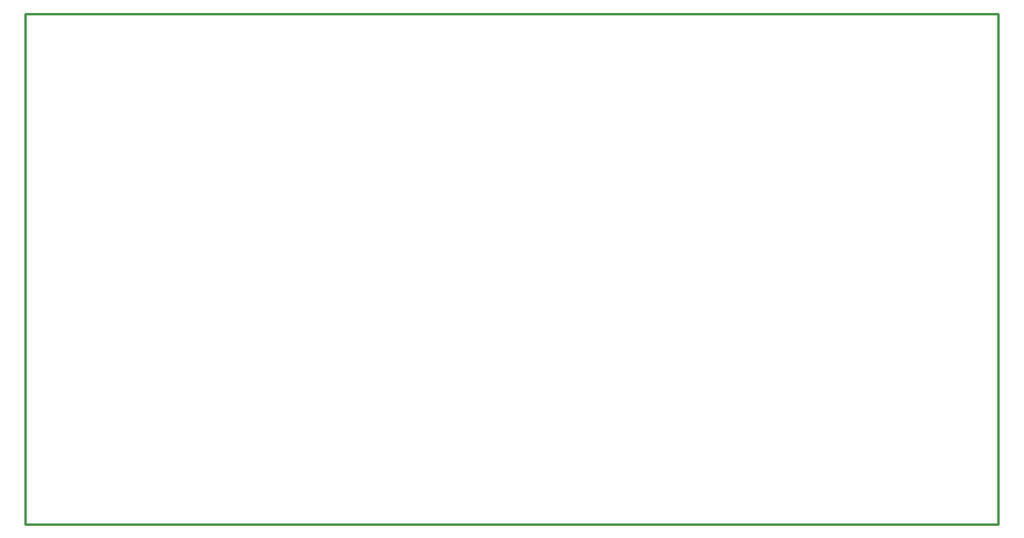
<source format=gbo>
G04 (created by PCBNEW-RS274X (2011-05-25)-stable) date Wed 08 May 2013 01:19:30 PM EDT*
G01*
G70*
G90*
%MOIN*%
G04 Gerber Fmt 3.4, Leading zero omitted, Abs format*
%FSLAX34Y34*%
G04 APERTURE LIST*
%ADD10C,0.006000*%
%ADD11C,0.009000*%
%ADD12C,0.096000*%
%ADD13C,0.160000*%
%ADD14C,0.180000*%
%ADD15C,0.175000*%
%ADD16O,0.080000X0.120000*%
%ADD17C,0.080000*%
%ADD18C,0.093000*%
%ADD19R,0.093000X0.093000*%
G04 APERTURE END LIST*
G54D10*
G54D11*
X89500Y-30500D02*
X49500Y-30500D01*
X89500Y-51500D02*
X89500Y-30500D01*
X49500Y-51500D02*
X89500Y-51500D01*
X49500Y-30500D02*
X49500Y-51500D01*
%LPC*%
G54D12*
X88320Y-41000D03*
G54D13*
X87140Y-41000D03*
G54D14*
X84780Y-41000D03*
G54D13*
X87530Y-39230D03*
X87530Y-42770D03*
G54D15*
X50500Y-50500D03*
X51000Y-31500D03*
X83000Y-50500D03*
X80500Y-31500D03*
G54D16*
X56000Y-50500D03*
X57000Y-50500D03*
X58000Y-50500D03*
X59000Y-50500D03*
X60000Y-50500D03*
X61000Y-50500D03*
X62000Y-50500D03*
X63000Y-50500D03*
X65000Y-50500D03*
X66000Y-50500D03*
X67000Y-50500D03*
X68000Y-50500D03*
X69000Y-50500D03*
X70000Y-50500D03*
X71000Y-50500D03*
X72000Y-50500D03*
X74000Y-50500D03*
X75000Y-50500D03*
X76000Y-50500D03*
X77000Y-50500D03*
X78000Y-50500D03*
X79000Y-50500D03*
X80000Y-50500D03*
X81000Y-50500D03*
X52400Y-31500D03*
X53400Y-31500D03*
X54400Y-31500D03*
X55400Y-31500D03*
X56400Y-31500D03*
X57400Y-31500D03*
X58400Y-31500D03*
X59400Y-31500D03*
X60400Y-31500D03*
X61400Y-31500D03*
X63000Y-31500D03*
X70000Y-31500D03*
X69000Y-31500D03*
X68000Y-31500D03*
X67000Y-31500D03*
X66000Y-31500D03*
X65000Y-31500D03*
X64000Y-31500D03*
X72000Y-31500D03*
X73000Y-31500D03*
X74000Y-31500D03*
X75000Y-31500D03*
X76000Y-31500D03*
X77000Y-31500D03*
X78000Y-31500D03*
X79000Y-31500D03*
G54D17*
X82000Y-31500D03*
X83000Y-31500D03*
X82000Y-32500D03*
X83000Y-32500D03*
X82000Y-33500D03*
X83000Y-33500D03*
X82000Y-34500D03*
X83000Y-34500D03*
X82000Y-35500D03*
X83000Y-35500D03*
X82000Y-36500D03*
X83000Y-36500D03*
X82000Y-37500D03*
X83000Y-37500D03*
X82000Y-38500D03*
X83000Y-38500D03*
X82000Y-39500D03*
X83000Y-39500D03*
X82000Y-40500D03*
X83000Y-40500D03*
X82000Y-41500D03*
X83000Y-41500D03*
X82000Y-42500D03*
X83000Y-42500D03*
X82000Y-43500D03*
X83000Y-43500D03*
X82000Y-44500D03*
X83000Y-44500D03*
X82000Y-45500D03*
X83000Y-45500D03*
X82000Y-46500D03*
X83000Y-46500D03*
X82000Y-47500D03*
X83000Y-47500D03*
X82000Y-48500D03*
X83000Y-48500D03*
G54D18*
X63250Y-45750D03*
X63250Y-46750D03*
G54D19*
X63250Y-44750D03*
G54D18*
X68250Y-45750D03*
X68250Y-46750D03*
G54D19*
X68250Y-44750D03*
G54D18*
X58250Y-45750D03*
X58250Y-46750D03*
G54D19*
X58250Y-44750D03*
G54D18*
X53250Y-45750D03*
X53250Y-46750D03*
G54D19*
X53250Y-44750D03*
G54D18*
X50500Y-36250D03*
G54D19*
X51500Y-36250D03*
G54D18*
X54500Y-36250D03*
G54D19*
X55500Y-36250D03*
G54D18*
X58500Y-36250D03*
G54D19*
X59500Y-36250D03*
G54D18*
X62500Y-36250D03*
G54D19*
X63500Y-36250D03*
G54D18*
X66500Y-36250D03*
G54D19*
X67500Y-36250D03*
G54D18*
X70500Y-36250D03*
G54D19*
X71500Y-36250D03*
G54D18*
X74500Y-36250D03*
G54D19*
X75500Y-36250D03*
G54D18*
X78500Y-36250D03*
G54D19*
X79500Y-36250D03*
M02*

</source>
